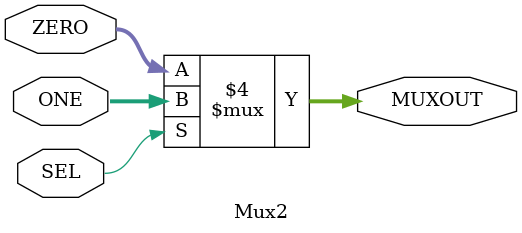
<source format=sv>
`timescale 1ns / 1ps


module Mux2# (parameter WIDTH = 2)(
    input SEL,
    input[WIDTH - 1:0] ZERO,
    input [WIDTH - 1:0] ONE,
    output logic [WIDTH - 1:0] MUXOUT

    );
    
    always_comb
        begin
            if (SEL == 0)
                begin
                    MUXOUT = ZERO;
                end
            else
                begin
                    MUXOUT = ONE;
                end
        end
endmodule

</source>
